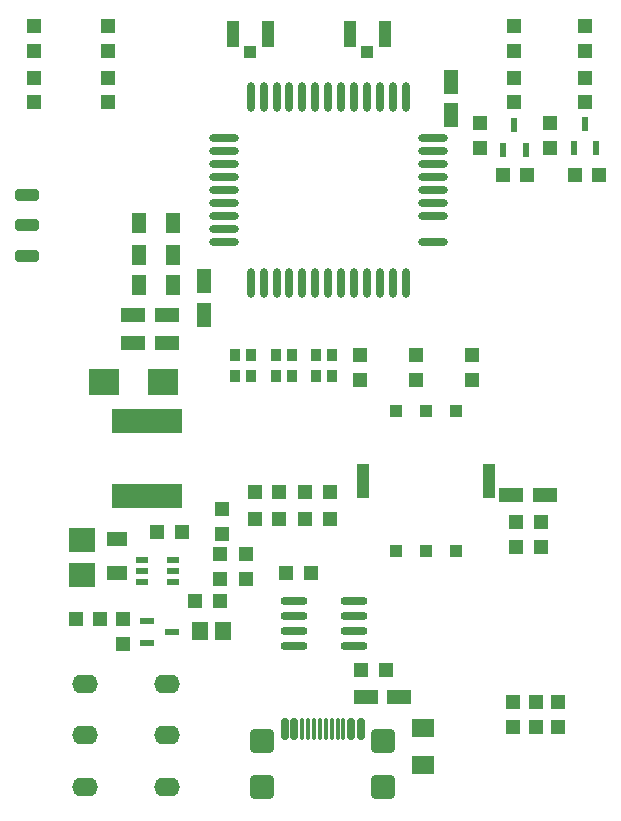
<source format=gbr>
G04*
G04 #@! TF.GenerationSoftware,Altium Limited,Altium Designer,24.2.2 (26)*
G04*
G04 Layer_Color=8421504*
%FSLAX44Y44*%
%MOMM*%
G71*
G04*
G04 #@! TF.SameCoordinates,92E383DB-29FE-4B3A-A1A2-949DC4B90B9B*
G04*
G04*
G04 #@! TF.FilePolarity,Positive*
G04*
G01*
G75*
%ADD22R,1.2000X1.2000*%
%ADD23O,2.2000X1.6000*%
G04:AMPARAMS|DCode=24|XSize=2mm|YSize=2mm|CornerRadius=0.3mm|HoleSize=0mm|Usage=FLASHONLY|Rotation=0.000|XOffset=0mm|YOffset=0mm|HoleType=Round|Shape=RoundedRectangle|*
%AMROUNDEDRECTD24*
21,1,2.0000,1.4000,0,0,0.0*
21,1,1.4000,2.0000,0,0,0.0*
1,1,0.6000,0.7000,-0.7000*
1,1,0.6000,-0.7000,-0.7000*
1,1,0.6000,-0.7000,0.7000*
1,1,0.6000,0.7000,0.7000*
%
%ADD24ROUNDEDRECTD24*%
G04:AMPARAMS|DCode=25|XSize=0.6mm|YSize=1.8mm|CornerRadius=0.15mm|HoleSize=0mm|Usage=FLASHONLY|Rotation=0.000|XOffset=0mm|YOffset=0mm|HoleType=Round|Shape=RoundedRectangle|*
%AMROUNDEDRECTD25*
21,1,0.6000,1.5000,0,0,0.0*
21,1,0.3000,1.8000,0,0,0.0*
1,1,0.3000,0.1500,-0.7500*
1,1,0.3000,-0.1500,-0.7500*
1,1,0.3000,-0.1500,0.7500*
1,1,0.3000,0.1500,0.7500*
%
%ADD25ROUNDEDRECTD25*%
G04:AMPARAMS|DCode=26|XSize=0.3mm|YSize=1.8mm|CornerRadius=0.075mm|HoleSize=0mm|Usage=FLASHONLY|Rotation=0.000|XOffset=0mm|YOffset=0mm|HoleType=Round|Shape=RoundedRectangle|*
%AMROUNDEDRECTD26*
21,1,0.3000,1.6500,0,0,0.0*
21,1,0.1500,1.8000,0,0,0.0*
1,1,0.1500,0.0750,-0.8250*
1,1,0.1500,-0.0750,-0.8250*
1,1,0.1500,-0.0750,0.8250*
1,1,0.1500,0.0750,0.8250*
%
%ADD26ROUNDEDRECTD26*%
%ADD27R,1.9000X1.5000*%
%ADD28R,2.0000X1.2000*%
%ADD29R,1.2000X1.2000*%
%ADD30O,2.3000X0.7000*%
%ADD31R,1.0000X0.5500*%
%ADD32R,1.0000X0.5500*%
%ADD33R,1.3000X0.6000*%
%ADD34R,0.6000X1.3000*%
%ADD35O,2.5000X0.7000*%
%ADD36O,0.7000X2.5000*%
%ADD37R,6.0000X2.0000*%
%ADD38R,1.0000X1.1000*%
%ADD39R,1.0000X3.0000*%
%ADD40R,1.0000X1.0500*%
%ADD41R,1.0500X2.2000*%
%ADD42R,1.2000X2.0000*%
%ADD43R,2.6000X2.2000*%
%ADD44R,2.2000X2.0000*%
G04:AMPARAMS|DCode=45|XSize=1mm|YSize=2mm|CornerRadius=0.25mm|HoleSize=0mm|Usage=FLASHONLY|Rotation=90.000|XOffset=0mm|YOffset=0mm|HoleType=Round|Shape=RoundedRectangle|*
%AMROUNDEDRECTD45*
21,1,1.0000,1.5000,0,0,90.0*
21,1,0.5000,2.0000,0,0,90.0*
1,1,0.5000,0.7500,0.2500*
1,1,0.5000,0.7500,-0.2500*
1,1,0.5000,-0.7500,-0.2500*
1,1,0.5000,-0.7500,0.2500*
%
%ADD45ROUNDEDRECTD45*%
%ADD46R,0.9000X1.0000*%
%ADD47R,1.8000X1.3000*%
%ADD48R,1.4000X1.5000*%
%ADD49R,1.3000X1.8000*%
D22*
X270460Y278130D02*
D03*
X249460D02*
D03*
X270460Y255270D02*
D03*
X249460D02*
D03*
X227670Y278130D02*
D03*
X206670D02*
D03*
Y255270D02*
D03*
X227670D02*
D03*
X297094Y127000D02*
D03*
X318094D02*
D03*
X254594Y209550D02*
D03*
X233594D02*
D03*
X145374Y243840D02*
D03*
X124374D02*
D03*
X448904Y231140D02*
D03*
X427904D02*
D03*
X448904Y252730D02*
D03*
X427904D02*
D03*
X76150Y170180D02*
D03*
X55150D02*
D03*
X156260Y185420D02*
D03*
X177260D02*
D03*
X416610Y546100D02*
D03*
X437610D02*
D03*
X477570D02*
D03*
X498570D02*
D03*
D23*
X62790Y71755D02*
D03*
X132790D02*
D03*
X62790Y27940D02*
D03*
X132790D02*
D03*
X62790Y115570D02*
D03*
X132790D02*
D03*
D24*
X315360Y27940D02*
D03*
X213360D02*
D03*
X315360Y66940D02*
D03*
X213360Y66940D02*
D03*
D25*
X296610Y77438D02*
D03*
X232360D02*
D03*
X240360D02*
D03*
X288610D02*
D03*
D26*
X246888D02*
D03*
X251897D02*
D03*
X256906D02*
D03*
X261915D02*
D03*
X266925D02*
D03*
X271934D02*
D03*
X276943D02*
D03*
X281952D02*
D03*
D27*
X349250Y77730D02*
D03*
Y46730D02*
D03*
D28*
X300960Y104140D02*
D03*
X328960D02*
D03*
X104110Y427990D02*
D03*
X132110D02*
D03*
X104110Y403860D02*
D03*
X132110D02*
D03*
X424150Y275590D02*
D03*
X452150D02*
D03*
D29*
X425450Y99600D02*
D03*
Y78600D02*
D03*
X444562Y99600D02*
D03*
Y78600D02*
D03*
X463673Y99600D02*
D03*
Y78600D02*
D03*
X82550Y672170D02*
D03*
Y651170D02*
D03*
X20320Y672170D02*
D03*
Y651170D02*
D03*
X426720Y672170D02*
D03*
Y651170D02*
D03*
X486410Y672170D02*
D03*
Y651170D02*
D03*
X199390Y203876D02*
D03*
Y224876D02*
D03*
X343535Y372786D02*
D03*
Y393786D02*
D03*
X391160Y372786D02*
D03*
Y393786D02*
D03*
X295910Y372786D02*
D03*
Y393786D02*
D03*
X486410Y607650D02*
D03*
Y628650D02*
D03*
X426720Y607650D02*
D03*
Y628650D02*
D03*
X95250Y170180D02*
D03*
Y149180D02*
D03*
X177800Y204470D02*
D03*
Y225470D02*
D03*
X179070Y242570D02*
D03*
Y263570D02*
D03*
X82550Y628650D02*
D03*
Y607650D02*
D03*
X20320Y628650D02*
D03*
Y607650D02*
D03*
X397510Y568960D02*
D03*
X397510Y589960D02*
D03*
X457200Y568960D02*
D03*
Y589960D02*
D03*
D30*
X290930Y147320D02*
D03*
Y160020D02*
D03*
Y172720D02*
D03*
Y185420D02*
D03*
X239930Y147320D02*
D03*
Y160020D02*
D03*
Y172720D02*
D03*
Y185420D02*
D03*
D31*
X137460Y210820D02*
D03*
Y201320D02*
D03*
X111460D02*
D03*
Y210820D02*
D03*
X137460Y220320D02*
D03*
D32*
X111460Y220320D02*
D03*
D33*
X136570Y159410D02*
D03*
X115570Y149910D02*
D03*
Y168910D02*
D03*
D34*
X426720Y588350D02*
D03*
X436220Y567350D02*
D03*
X417220D02*
D03*
X486410Y589620D02*
D03*
X495910Y568620D02*
D03*
X476910D02*
D03*
D35*
X180740Y489400D02*
D03*
Y500400D02*
D03*
Y511400D02*
D03*
Y522400D02*
D03*
Y533400D02*
D03*
Y544400D02*
D03*
Y555400D02*
D03*
Y566400D02*
D03*
Y577400D02*
D03*
X357740D02*
D03*
Y566400D02*
D03*
Y555400D02*
D03*
Y544400D02*
D03*
Y533400D02*
D03*
Y522400D02*
D03*
Y511400D02*
D03*
Y489400D02*
D03*
D36*
X203240Y612400D02*
D03*
X214240D02*
D03*
X225240D02*
D03*
X236240D02*
D03*
X247240D02*
D03*
X258240D02*
D03*
X269240D02*
D03*
X280240D02*
D03*
X291240D02*
D03*
X302240D02*
D03*
X313240D02*
D03*
X324240D02*
D03*
X335240D02*
D03*
Y454400D02*
D03*
X324240D02*
D03*
X313240D02*
D03*
X302240D02*
D03*
X291240D02*
D03*
X280240D02*
D03*
X269240D02*
D03*
X258240D02*
D03*
X247240D02*
D03*
X236240D02*
D03*
X225240D02*
D03*
X214240D02*
D03*
X203240D02*
D03*
D37*
X115570Y338070D02*
D03*
Y274070D02*
D03*
D38*
X377190Y228020D02*
D03*
X351790D02*
D03*
X326390D02*
D03*
X377190Y346020D02*
D03*
X351790D02*
D03*
X326390D02*
D03*
D39*
X404790Y287020D02*
D03*
X298790D02*
D03*
D40*
X302260Y650240D02*
D03*
X203200Y650240D02*
D03*
D41*
X317010Y665240D02*
D03*
X287510D02*
D03*
X217950Y665240D02*
D03*
X188450D02*
D03*
D42*
X373380Y596870D02*
D03*
Y624870D02*
D03*
X163830Y427960D02*
D03*
Y455960D02*
D03*
D43*
X79140Y370840D02*
D03*
X129140D02*
D03*
D44*
X60960Y207250D02*
D03*
Y237250D02*
D03*
D45*
X13970Y477520D02*
D03*
Y503555D02*
D03*
Y529590D02*
D03*
D46*
X272580Y393700D02*
D03*
X259080D02*
D03*
X203600Y375920D02*
D03*
X190100D02*
D03*
X272580D02*
D03*
X259080D02*
D03*
X203600Y393700D02*
D03*
X190100D02*
D03*
X238090D02*
D03*
X224590D02*
D03*
X238090Y375920D02*
D03*
X224590D02*
D03*
D47*
X90170Y238020D02*
D03*
Y209020D02*
D03*
D48*
X160180Y160020D02*
D03*
X180180D02*
D03*
D49*
X137690Y453390D02*
D03*
X108690Y453390D02*
D03*
X137690Y478790D02*
D03*
X108690D02*
D03*
X137690Y505460D02*
D03*
X108690D02*
D03*
M02*

</source>
